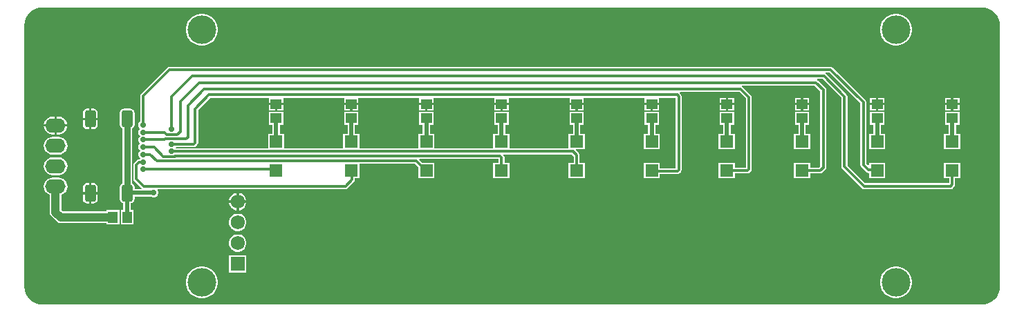
<source format=gtl>
G04*
G04 #@! TF.GenerationSoftware,Altium Limited,Altium Designer,22.9.1 (49)*
G04*
G04 Layer_Physical_Order=1*
G04 Layer_Color=255*
%FSLAX44Y44*%
%MOMM*%
G71*
G04*
G04 #@! TF.SameCoordinates,C968DB6C-065F-4184-BE5B-E643EC6D71FD*
G04*
G04*
G04 #@! TF.FilePolarity,Positive*
G04*
G01*
G75*
%ADD12R,1.6000X1.5000*%
%ADD13R,1.3500X1.1500*%
%ADD14R,1.1500X1.3500*%
G04:AMPARAMS|DCode=15|XSize=1.4mm|YSize=2.1mm|CornerRadius=0.35mm|HoleSize=0mm|Usage=FLASHONLY|Rotation=0.000|XOffset=0mm|YOffset=0mm|HoleType=Round|Shape=RoundedRectangle|*
%AMROUNDEDRECTD15*
21,1,1.4000,1.4000,0,0,0.0*
21,1,0.7000,2.1000,0,0,0.0*
1,1,0.7000,0.3500,-0.7000*
1,1,0.7000,-0.3500,-0.7000*
1,1,0.7000,-0.3500,0.7000*
1,1,0.7000,0.3500,0.7000*
%
%ADD15ROUNDEDRECTD15*%
%ADD24C,0.5000*%
%ADD25C,0.3000*%
%ADD26C,1.0000*%
%ADD27C,0.8000*%
%ADD28O,2.5000X1.7500*%
%ADD29R,1.7250X1.7250*%
%ADD30C,1.7250*%
%ADD31C,3.5000*%
%ADD32C,0.7000*%
G36*
X1179337Y366803D02*
X1183507Y365538D01*
X1187350Y363484D01*
X1190719Y360719D01*
X1193484Y357350D01*
X1195538Y353507D01*
X1196803Y349337D01*
X1197219Y345114D01*
X1197196Y345000D01*
Y25000D01*
X1197219Y24886D01*
X1196803Y20663D01*
X1195538Y16493D01*
X1193484Y12650D01*
X1190719Y9281D01*
X1187350Y6516D01*
X1183507Y4462D01*
X1179337Y3197D01*
X1175114Y2781D01*
X1175000Y2804D01*
X25000D01*
X24886Y2781D01*
X20663Y3197D01*
X16493Y4462D01*
X12650Y6516D01*
X9281Y9281D01*
X6516Y12650D01*
X4462Y16493D01*
X3197Y20663D01*
X2781Y24886D01*
X2804Y25000D01*
Y345344D01*
X3197Y349337D01*
X4462Y353507D01*
X6516Y357350D01*
X9281Y360719D01*
X12650Y363484D01*
X16493Y365538D01*
X20663Y366803D01*
X24656Y367196D01*
X1175000D01*
X1175114Y367219D01*
X1179337Y366803D01*
D02*
G37*
%LPC*%
G36*
X1071921Y359500D02*
X1068079D01*
X1064312Y358751D01*
X1060763Y357281D01*
X1057570Y355147D01*
X1054853Y352430D01*
X1052719Y349237D01*
X1051249Y345688D01*
X1050500Y341921D01*
Y338079D01*
X1051249Y334312D01*
X1052719Y330763D01*
X1054853Y327569D01*
X1057570Y324853D01*
X1060763Y322719D01*
X1064312Y321249D01*
X1068079Y320500D01*
X1071921D01*
X1075688Y321249D01*
X1079237Y322719D01*
X1082430Y324853D01*
X1085147Y327569D01*
X1087281Y330763D01*
X1088751Y334312D01*
X1089500Y338079D01*
Y341921D01*
X1088751Y345688D01*
X1087281Y349237D01*
X1085147Y352430D01*
X1082430Y355147D01*
X1079237Y357281D01*
X1075688Y358751D01*
X1071921Y359500D01*
D02*
G37*
G36*
X221921D02*
X218079D01*
X214312Y358751D01*
X210763Y357281D01*
X207570Y355147D01*
X204853Y352430D01*
X202719Y349237D01*
X201249Y345688D01*
X200500Y341921D01*
Y338079D01*
X201249Y334312D01*
X202719Y330763D01*
X204853Y327569D01*
X207570Y324853D01*
X210763Y322719D01*
X214312Y321249D01*
X218079Y320500D01*
X221921D01*
X225688Y321249D01*
X229237Y322719D01*
X232430Y324853D01*
X235147Y327569D01*
X237281Y330763D01*
X238751Y334312D01*
X239500Y338079D01*
Y341921D01*
X238751Y345688D01*
X237281Y349237D01*
X235147Y352430D01*
X232430Y355147D01*
X229237Y357281D01*
X225688Y358751D01*
X221921Y359500D01*
D02*
G37*
G36*
X1147750Y256500D02*
X1140500D01*
Y250250D01*
X1147750D01*
Y256500D01*
D02*
G37*
G36*
X1137500D02*
X1130250D01*
Y250250D01*
X1137500D01*
Y256500D01*
D02*
G37*
G36*
X1055750D02*
X1048500D01*
Y250250D01*
X1055750D01*
Y256500D01*
D02*
G37*
G36*
X1045500D02*
X1038250D01*
Y250250D01*
X1045500D01*
Y256500D01*
D02*
G37*
G36*
X963750D02*
X956500D01*
Y250250D01*
X963750D01*
Y256500D01*
D02*
G37*
G36*
X953500D02*
X946250D01*
Y250250D01*
X953500D01*
Y256500D01*
D02*
G37*
G36*
X871750D02*
X864500D01*
Y250250D01*
X871750D01*
Y256500D01*
D02*
G37*
G36*
X861500D02*
X854250D01*
Y250250D01*
X861500D01*
Y256500D01*
D02*
G37*
G36*
X1147750Y247250D02*
X1140500D01*
Y241000D01*
X1147750D01*
Y247250D01*
D02*
G37*
G36*
X1137500D02*
X1130250D01*
Y241000D01*
X1137500D01*
Y247250D01*
D02*
G37*
G36*
X1055750D02*
X1048500D01*
Y241000D01*
X1055750D01*
Y247250D01*
D02*
G37*
G36*
X1045500D02*
X1038250D01*
Y241000D01*
X1045500D01*
Y247250D01*
D02*
G37*
G36*
X963750D02*
X956500D01*
Y241000D01*
X963750D01*
Y247250D01*
D02*
G37*
G36*
X953500D02*
X946250D01*
Y241000D01*
X953500D01*
Y247250D01*
D02*
G37*
G36*
X871750D02*
X864500D01*
Y241000D01*
X871750D01*
Y247250D01*
D02*
G37*
G36*
X861500D02*
X854250D01*
Y241000D01*
X861500D01*
Y247250D01*
D02*
G37*
G36*
X779750D02*
X772500D01*
Y241000D01*
X779750D01*
Y247250D01*
D02*
G37*
G36*
X769500D02*
X762250D01*
Y241000D01*
X769500D01*
Y247250D01*
D02*
G37*
G36*
X687750D02*
X680500D01*
Y241000D01*
X687750D01*
Y247250D01*
D02*
G37*
G36*
X677500D02*
X670250D01*
Y241000D01*
X677500D01*
Y247250D01*
D02*
G37*
G36*
X595750D02*
X588500D01*
Y241000D01*
X595750D01*
Y247250D01*
D02*
G37*
G36*
X585500D02*
X578250D01*
Y241000D01*
X585500D01*
Y247250D01*
D02*
G37*
G36*
X503750D02*
X496500D01*
Y241000D01*
X503750D01*
Y247250D01*
D02*
G37*
G36*
X493500D02*
X486250D01*
Y241000D01*
X493500D01*
Y247250D01*
D02*
G37*
G36*
X411750D02*
X404500D01*
Y241000D01*
X411750D01*
Y247250D01*
D02*
G37*
G36*
X401500D02*
X394250D01*
Y241000D01*
X401500D01*
Y247250D01*
D02*
G37*
G36*
X319750D02*
X312500D01*
Y241000D01*
X319750D01*
Y247250D01*
D02*
G37*
G36*
X309500D02*
X302250D01*
Y241000D01*
X309500D01*
Y247250D01*
D02*
G37*
G36*
X87000Y243108D02*
X85000D01*
Y232000D01*
X92608D01*
Y237500D01*
X92181Y239646D01*
X90965Y241465D01*
X89146Y242681D01*
X87000Y243108D01*
D02*
G37*
G36*
X82000D02*
X80000D01*
X77854Y242681D01*
X76035Y241465D01*
X74819Y239646D01*
X74392Y237500D01*
Y232000D01*
X82000D01*
Y243108D01*
D02*
G37*
G36*
X44750Y233343D02*
X42500D01*
Y224000D01*
X55395D01*
X55223Y225306D01*
X54140Y227921D01*
X52417Y230167D01*
X50171Y231890D01*
X47556Y232973D01*
X44750Y233343D01*
D02*
G37*
G36*
X39500D02*
X37250D01*
X34444Y232973D01*
X31829Y231890D01*
X29583Y230167D01*
X27860Y227921D01*
X26777Y225306D01*
X26605Y224000D01*
X39500D01*
Y233343D01*
D02*
G37*
G36*
X92608Y229000D02*
X85000D01*
Y217892D01*
X87000D01*
X89146Y218319D01*
X90965Y219535D01*
X92181Y221354D01*
X92608Y223500D01*
Y229000D01*
D02*
G37*
G36*
X82000D02*
X74392D01*
Y223500D01*
X74819Y221354D01*
X76035Y219535D01*
X77854Y218319D01*
X80000Y217892D01*
X82000D01*
Y229000D01*
D02*
G37*
G36*
X55395Y221000D02*
X42500D01*
Y211657D01*
X44750D01*
X47556Y212027D01*
X50171Y213110D01*
X52417Y214833D01*
X54140Y217079D01*
X55223Y219694D01*
X55395Y221000D01*
D02*
G37*
G36*
X39500D02*
X26605D01*
X26777Y219694D01*
X27860Y217079D01*
X29583Y214833D01*
X31829Y213110D01*
X34444Y212027D01*
X37250Y211657D01*
X39500D01*
Y221000D01*
D02*
G37*
G36*
X1147750Y239000D02*
X1130250D01*
Y223500D01*
X1134412D01*
Y212500D01*
X1129000D01*
Y193500D01*
X1149000D01*
Y212500D01*
X1143588D01*
Y223500D01*
X1147750D01*
Y239000D01*
D02*
G37*
G36*
X1055750D02*
X1038250D01*
Y223500D01*
X1042412D01*
Y212500D01*
X1037000D01*
Y193500D01*
X1057000D01*
Y212500D01*
X1051588D01*
Y223500D01*
X1055750D01*
Y239000D01*
D02*
G37*
G36*
X963750D02*
X946250D01*
Y223500D01*
X950412D01*
Y212500D01*
X945000D01*
Y193500D01*
X965000D01*
Y212500D01*
X959588D01*
Y223500D01*
X963750D01*
Y239000D01*
D02*
G37*
G36*
X871750D02*
X854250D01*
Y223500D01*
X858412D01*
Y212500D01*
X853000D01*
Y193500D01*
X873000D01*
Y212500D01*
X867588D01*
Y223500D01*
X871750D01*
Y239000D01*
D02*
G37*
G36*
X779750D02*
X762250D01*
Y223500D01*
X766412D01*
Y212500D01*
X761000D01*
Y193500D01*
X781000D01*
Y212500D01*
X775588D01*
Y223500D01*
X779750D01*
Y239000D01*
D02*
G37*
G36*
X44750Y208343D02*
X37250D01*
X34444Y207973D01*
X31829Y206890D01*
X29583Y205167D01*
X27860Y202921D01*
X26777Y200306D01*
X26407Y197500D01*
X26777Y194694D01*
X27860Y192079D01*
X29583Y189833D01*
X31829Y188110D01*
X34444Y187027D01*
X37250Y186657D01*
X44750D01*
X47556Y187027D01*
X50171Y188110D01*
X52417Y189833D01*
X54140Y192079D01*
X55223Y194694D01*
X55593Y197500D01*
X55223Y200306D01*
X54140Y202921D01*
X52417Y205167D01*
X50171Y206890D01*
X47556Y207973D01*
X44750Y208343D01*
D02*
G37*
G36*
Y183343D02*
X37250D01*
X34444Y182973D01*
X31829Y181890D01*
X29583Y180167D01*
X27860Y177921D01*
X26777Y175306D01*
X26407Y172500D01*
X26777Y169694D01*
X27860Y167079D01*
X29583Y164833D01*
X31829Y163110D01*
X34444Y162027D01*
X37250Y161657D01*
X44750D01*
X47556Y162027D01*
X50171Y163110D01*
X52417Y164833D01*
X54140Y167079D01*
X55223Y169694D01*
X55593Y172500D01*
X55223Y175306D01*
X54140Y177921D01*
X52417Y180167D01*
X50171Y181890D01*
X47556Y182973D01*
X44750Y183343D01*
D02*
G37*
G36*
X990000Y294569D02*
X180000D01*
X178634Y294297D01*
X177477Y293523D01*
X145477Y261523D01*
X144703Y260366D01*
X144431Y259000D01*
Y227306D01*
X143241Y226115D01*
X142404Y224094D01*
Y221906D01*
X143241Y219884D01*
X144674Y218452D01*
X143241Y217019D01*
X142404Y214998D01*
Y212810D01*
X143241Y210788D01*
X144578Y209452D01*
X143241Y208116D01*
X142404Y206094D01*
Y203906D01*
X143241Y201884D01*
X144674Y200452D01*
X143241Y199019D01*
X142404Y196998D01*
Y194810D01*
X143241Y192788D01*
X144578Y191452D01*
X143241Y190116D01*
X142404Y188094D01*
Y185906D01*
X143241Y183885D01*
X144783Y182342D01*
X143312Y180871D01*
X142979D01*
X141614Y180599D01*
X140456Y179825D01*
X137477Y176846D01*
X136703Y175689D01*
X136431Y174323D01*
Y157000D01*
X136703Y155634D01*
X137477Y154477D01*
X146345Y145608D01*
X146265Y145063D01*
X145894Y144338D01*
X137608D01*
Y146500D01*
X137181Y148646D01*
X135965Y150465D01*
X134618Y151366D01*
Y218634D01*
X135965Y219535D01*
X137181Y221354D01*
X137608Y223500D01*
Y237500D01*
X137181Y239646D01*
X135965Y241465D01*
X134146Y242681D01*
X132000Y243108D01*
X125000D01*
X122854Y242681D01*
X121035Y241465D01*
X119819Y239646D01*
X119392Y237500D01*
Y223500D01*
X119819Y221354D01*
X121035Y219535D01*
X122382Y218634D01*
Y151366D01*
X121035Y150465D01*
X119819Y148646D01*
X119392Y146500D01*
Y132500D01*
X119819Y130354D01*
X121035Y128535D01*
X122854Y127319D01*
X124037Y127084D01*
Y118750D01*
X121000D01*
Y101250D01*
X136500D01*
Y118750D01*
X133213D01*
Y127134D01*
X134146Y127319D01*
X135965Y128535D01*
X137181Y130354D01*
X137608Y132500D01*
Y135162D01*
X158308D01*
X159906Y134500D01*
X162094D01*
X164116Y135337D01*
X165663Y136884D01*
X166500Y138906D01*
Y141094D01*
X165663Y143116D01*
X165520Y143258D01*
X166006Y144431D01*
X396000D01*
X397366Y144703D01*
X398523Y145477D01*
X406523Y153477D01*
X407297Y154634D01*
X407569Y156000D01*
Y157500D01*
X413000D01*
Y175431D01*
X481022D01*
X485000Y171453D01*
Y157500D01*
X505000D01*
Y176500D01*
X490047D01*
X486289Y180258D01*
X486775Y181431D01*
X583431D01*
Y176500D01*
X577000D01*
Y157500D01*
X597000D01*
Y176500D01*
X590569D01*
Y183243D01*
X590297Y184608D01*
X589551Y185725D01*
X589658Y186282D01*
X589954Y186995D01*
X672958D01*
X675431Y184522D01*
Y176500D01*
X669000D01*
Y157500D01*
X689000D01*
Y176500D01*
X682569D01*
Y186000D01*
X682297Y187366D01*
X681523Y188523D01*
X677817Y192230D01*
X678343Y193500D01*
X689000D01*
Y212500D01*
X683588D01*
Y223500D01*
X687750D01*
Y239000D01*
X670250D01*
Y223500D01*
X674412D01*
Y212500D01*
X669000D01*
Y194132D01*
X597000D01*
Y212500D01*
X591588D01*
Y223500D01*
X595750D01*
Y239000D01*
X578250D01*
Y223500D01*
X582412D01*
Y212500D01*
X577000D01*
Y194132D01*
X505000D01*
Y212500D01*
X499588D01*
Y223500D01*
X503750D01*
Y239000D01*
X486250D01*
Y223500D01*
X490412D01*
Y212500D01*
X485000D01*
Y194132D01*
X413000D01*
Y212500D01*
X407588D01*
Y223500D01*
X411750D01*
Y239000D01*
X394250D01*
Y223500D01*
X398412D01*
Y212500D01*
X393000D01*
Y194132D01*
X321000D01*
Y212500D01*
X315588D01*
Y223500D01*
X319750D01*
Y239000D01*
X302250D01*
Y223500D01*
X306412D01*
Y212500D01*
X301000D01*
Y194132D01*
X188151D01*
X187761Y194661D01*
X188402Y195931D01*
X210243D01*
X211608Y196203D01*
X212766Y196977D01*
X214523Y198734D01*
X215297Y199892D01*
X215569Y201257D01*
Y241522D01*
X230478Y256431D01*
X302250D01*
Y250250D01*
X319750D01*
Y256431D01*
X394250D01*
Y250250D01*
X411750D01*
Y256431D01*
X486250D01*
Y250250D01*
X503750D01*
Y256431D01*
X578250D01*
Y250250D01*
X595750D01*
Y256431D01*
X670250D01*
Y250250D01*
X687750D01*
Y256431D01*
X762250D01*
Y250250D01*
X779750D01*
Y256431D01*
X800431D01*
Y169811D01*
X781000D01*
Y176500D01*
X761000D01*
Y157500D01*
X781000D01*
Y162674D01*
X802243D01*
X803608Y162946D01*
X804766Y163719D01*
X806523Y165477D01*
X807297Y166634D01*
X807569Y168000D01*
Y258243D01*
X807297Y259608D01*
X806523Y260766D01*
X805128Y262161D01*
X805640Y263431D01*
X878522D01*
X886431Y255522D01*
Y170569D01*
X873000D01*
Y176500D01*
X853000D01*
Y157500D01*
X873000D01*
Y163431D01*
X888243D01*
X889608Y163703D01*
X890766Y164477D01*
X892523Y166234D01*
X893297Y167392D01*
X893569Y168757D01*
Y257000D01*
X893297Y258366D01*
X892523Y259523D01*
X882523Y269523D01*
X881568Y270161D01*
X881645Y271062D01*
X881780Y271431D01*
X970522D01*
X977431Y264522D01*
Y172478D01*
X975522Y170569D01*
X965000D01*
Y176500D01*
X945000D01*
Y157500D01*
X965000D01*
Y163431D01*
X977000D01*
X978366Y163703D01*
X979523Y164477D01*
X983523Y168477D01*
X984297Y169634D01*
X984569Y171000D01*
Y266000D01*
X984297Y267366D01*
X983523Y268523D01*
X974523Y277523D01*
X973568Y278161D01*
X973645Y279063D01*
X973780Y279431D01*
X980522D01*
X1003431Y256522D01*
Y172000D01*
X1003703Y170634D01*
X1004477Y169477D01*
X1028477Y145477D01*
X1029634Y144703D01*
X1031000Y144431D01*
X1137000D01*
X1138366Y144703D01*
X1139523Y145477D01*
X1141523Y147477D01*
X1142297Y148634D01*
X1142569Y150000D01*
Y157500D01*
X1149000D01*
Y176500D01*
X1133345D01*
X1133000Y176569D01*
X1132655Y176500D01*
X1129000D01*
Y157500D01*
X1135431D01*
Y151569D01*
X1032478D01*
X1010569Y173478D01*
Y258000D01*
X1010297Y259366D01*
X1009523Y260523D01*
X984523Y285523D01*
X983568Y286161D01*
X983645Y287062D01*
X983780Y287431D01*
X988522D01*
X1026431Y249522D01*
Y174000D01*
X1026703Y172634D01*
X1027477Y171477D01*
X1033734Y165219D01*
X1034892Y164446D01*
X1036257Y164174D01*
X1037000D01*
Y157500D01*
X1057000D01*
Y176500D01*
X1037000D01*
Y173706D01*
X1035827Y173220D01*
X1033569Y175478D01*
Y251000D01*
X1033297Y252366D01*
X1032523Y253523D01*
X992523Y293523D01*
X991366Y294297D01*
X990000Y294569D01*
D02*
G37*
G36*
X87000Y152108D02*
X85000D01*
Y141000D01*
X92608D01*
Y146500D01*
X92181Y148646D01*
X90965Y150465D01*
X89146Y151681D01*
X87000Y152108D01*
D02*
G37*
G36*
X82000D02*
X80000D01*
X77854Y151681D01*
X76035Y150465D01*
X74819Y148646D01*
X74392Y146500D01*
Y141000D01*
X82000D01*
Y152108D01*
D02*
G37*
G36*
X265500Y139598D02*
Y130500D01*
X274598D01*
X273901Y133101D01*
X272502Y135524D01*
X270524Y137502D01*
X268101Y138901D01*
X265500Y139598D01*
D02*
G37*
G36*
X262500Y139598D02*
X259899Y138901D01*
X257476Y137502D01*
X255498Y135524D01*
X254099Y133101D01*
X253402Y130500D01*
X262500D01*
Y139598D01*
D02*
G37*
G36*
X92608Y138000D02*
X85000D01*
Y126892D01*
X87000D01*
X89146Y127319D01*
X90965Y128535D01*
X92181Y130354D01*
X92608Y132500D01*
Y138000D01*
D02*
G37*
G36*
X82000D02*
X74392D01*
Y132500D01*
X74819Y130354D01*
X76035Y128535D01*
X77854Y127319D01*
X80000Y126892D01*
X82000D01*
Y138000D01*
D02*
G37*
G36*
X262500Y127500D02*
X253402D01*
X254099Y124899D01*
X255498Y122476D01*
X257476Y120498D01*
X259899Y119099D01*
X262500Y118402D01*
Y127500D01*
D02*
G37*
G36*
X274598D02*
X265500D01*
Y118402D01*
X268101Y119099D01*
X270524Y120498D01*
X272502Y122476D01*
X273901Y124899D01*
X274598Y127500D01*
D02*
G37*
G36*
X44750Y158343D02*
X37250D01*
X34444Y157973D01*
X31829Y156890D01*
X29583Y155167D01*
X27860Y152921D01*
X26777Y150306D01*
X26407Y147500D01*
X26777Y144694D01*
X27860Y142079D01*
X29583Y139833D01*
X31829Y138110D01*
X33940Y137235D01*
Y116000D01*
X34180Y114173D01*
X34885Y112470D01*
X36007Y111008D01*
X42007Y105008D01*
X43470Y103885D01*
X45173Y103180D01*
X47000Y102940D01*
X103500D01*
Y101250D01*
X119000D01*
Y118750D01*
X103500D01*
Y117060D01*
X49925D01*
X48060Y118925D01*
Y137235D01*
X50171Y138110D01*
X52417Y139833D01*
X54140Y142079D01*
X55223Y144694D01*
X55593Y147500D01*
X55223Y150306D01*
X54140Y152921D01*
X52417Y155167D01*
X50171Y156890D01*
X47556Y157973D01*
X44750Y158343D01*
D02*
G37*
G36*
X265399Y114225D02*
X262601D01*
X259899Y113501D01*
X257476Y112102D01*
X255498Y110124D01*
X254099Y107701D01*
X253375Y104999D01*
Y102201D01*
X254099Y99499D01*
X255498Y97076D01*
X257476Y95098D01*
X259899Y93699D01*
X262601Y92975D01*
X265399D01*
X268101Y93699D01*
X270524Y95098D01*
X272502Y97076D01*
X273901Y99499D01*
X274625Y102201D01*
Y104999D01*
X273901Y107701D01*
X272502Y110124D01*
X270524Y112102D01*
X268101Y113501D01*
X265399Y114225D01*
D02*
G37*
G36*
Y88825D02*
X262601D01*
X259899Y88101D01*
X257476Y86702D01*
X255498Y84724D01*
X254099Y82301D01*
X253375Y79599D01*
Y76801D01*
X254099Y74099D01*
X255498Y71676D01*
X257476Y69698D01*
X259899Y68299D01*
X262601Y67575D01*
X265399D01*
X268101Y68299D01*
X270524Y69698D01*
X272502Y71676D01*
X273901Y74099D01*
X274625Y76801D01*
Y79599D01*
X273901Y82301D01*
X272502Y84724D01*
X270524Y86702D01*
X268101Y88101D01*
X265399Y88825D01*
D02*
G37*
G36*
X274625Y63425D02*
X253375D01*
Y42175D01*
X274625D01*
Y63425D01*
D02*
G37*
G36*
X1071921Y49500D02*
X1068079D01*
X1064312Y48751D01*
X1060763Y47281D01*
X1057570Y45147D01*
X1054853Y42431D01*
X1052719Y39237D01*
X1051249Y35688D01*
X1050500Y31921D01*
Y28079D01*
X1051249Y24312D01*
X1052719Y20763D01*
X1054853Y17570D01*
X1057570Y14853D01*
X1060763Y12719D01*
X1064312Y11249D01*
X1068079Y10500D01*
X1071921D01*
X1075688Y11249D01*
X1079237Y12719D01*
X1082430Y14853D01*
X1085147Y17570D01*
X1087281Y20763D01*
X1088751Y24312D01*
X1089500Y28079D01*
Y31921D01*
X1088751Y35688D01*
X1087281Y39237D01*
X1085147Y42431D01*
X1082430Y45147D01*
X1079237Y47281D01*
X1075688Y48751D01*
X1071921Y49500D01*
D02*
G37*
G36*
X221921D02*
X218079D01*
X214312Y48751D01*
X210763Y47281D01*
X207570Y45147D01*
X204853Y42431D01*
X202719Y39237D01*
X201249Y35688D01*
X200500Y31921D01*
Y28079D01*
X201249Y24312D01*
X202719Y20763D01*
X204853Y17570D01*
X207570Y14853D01*
X210763Y12719D01*
X214312Y11249D01*
X218079Y10500D01*
X221921D01*
X225688Y11249D01*
X229237Y12719D01*
X232430Y14853D01*
X235147Y17570D01*
X237281Y20763D01*
X238751Y24312D01*
X239500Y28079D01*
Y31921D01*
X238751Y35688D01*
X237281Y39237D01*
X235147Y42431D01*
X232430Y45147D01*
X229237Y47281D01*
X225688Y48751D01*
X221921Y49500D01*
D02*
G37*
%LPD*%
D12*
X1139000Y203000D02*
D03*
Y167000D02*
D03*
X1047000Y203000D02*
D03*
Y167000D02*
D03*
X955000Y203000D02*
D03*
Y167000D02*
D03*
X863000Y203000D02*
D03*
Y167000D02*
D03*
X771000Y203000D02*
D03*
Y167000D02*
D03*
X679000Y203000D02*
D03*
Y167000D02*
D03*
X587000Y203000D02*
D03*
Y167000D02*
D03*
X495000Y203000D02*
D03*
Y167000D02*
D03*
X403000Y203000D02*
D03*
Y167000D02*
D03*
X311000Y203000D02*
D03*
Y167000D02*
D03*
D13*
X1139000Y231250D02*
D03*
Y248750D02*
D03*
X1047000Y231250D02*
D03*
Y248750D02*
D03*
X955000Y231250D02*
D03*
Y248750D02*
D03*
X863000Y231250D02*
D03*
Y248750D02*
D03*
X771000Y231250D02*
D03*
Y248750D02*
D03*
X679000Y231250D02*
D03*
Y248750D02*
D03*
X587000Y231250D02*
D03*
Y248750D02*
D03*
X495000Y231250D02*
D03*
Y248750D02*
D03*
X403000Y231250D02*
D03*
Y248750D02*
D03*
X311000Y231250D02*
D03*
Y248750D02*
D03*
D14*
X111250Y110000D02*
D03*
X128750D02*
D03*
D15*
X128500Y139500D02*
D03*
X83500D02*
D03*
Y230500D02*
D03*
X128500D02*
D03*
D24*
X679000Y203000D02*
Y231250D01*
X587000Y203000D02*
Y231250D01*
X495000Y203000D02*
Y231250D01*
X1139000Y203000D02*
Y231250D01*
X1047000Y203000D02*
Y231250D01*
X955000Y203000D02*
Y231250D01*
X771000Y203000D02*
Y231250D01*
X863000Y203000D02*
Y231250D01*
X128625Y110125D02*
Y139375D01*
X128500Y139500D02*
X128625Y139375D01*
Y110125D02*
X128750Y110000D01*
X128750Y139750D02*
X160750D01*
X128500Y139500D02*
X128750Y139750D01*
X160750D02*
X161000Y140000D01*
X309000Y169000D02*
X311000Y167000D01*
Y203000D02*
Y231250D01*
X403000Y203000D02*
Y231250D01*
D25*
X990000Y291000D02*
X1030000Y251000D01*
X148000Y259000D02*
X180000Y291000D01*
X990000D01*
X183000Y199500D02*
X210243D01*
X212000Y201257D02*
Y243000D01*
X210243Y199500D02*
X212000Y201257D01*
X157000Y187000D02*
X165000Y179000D01*
X482500D01*
X488500Y173000D01*
X148000Y205000D02*
X174493D01*
X201000Y206000D02*
X203000Y208000D01*
X183437Y190563D02*
X674436D01*
X175493Y206000D02*
X201000D01*
X174493Y205000D02*
X175493Y206000D01*
X161501Y195904D02*
X172905Y184500D01*
X183000Y191000D02*
X183437Y190563D01*
X172905Y184500D02*
X186894D01*
X187394Y185000D01*
X674436Y190563D02*
X679000Y186000D01*
X587000Y167000D02*
Y183243D01*
X187394Y185000D02*
X585243D01*
X587000Y183243D01*
X488500Y173000D02*
Y173000D01*
Y173000D02*
X494500Y167000D01*
X148000Y187000D02*
X157000D01*
X1137000Y148000D02*
X1139000Y150000D01*
X1031000Y148000D02*
X1137000D01*
X1007000Y172000D02*
X1031000Y148000D01*
X1139000Y150000D02*
Y167000D01*
X1046257Y167743D02*
X1047000Y167000D01*
X1030000Y174000D02*
Y251000D01*
X1036257Y167743D02*
X1046257D01*
X1030000Y174000D02*
X1036257Y167743D01*
X183000Y258000D02*
X208000Y283000D01*
X982000D02*
X1007000Y258000D01*
X1133000Y173000D02*
X1139000Y167000D01*
X208000Y283000D02*
X982000D01*
X183000Y218000D02*
Y258000D01*
X981000Y171000D02*
Y266000D01*
X194000Y252000D02*
X217000Y275000D01*
X203000Y247000D02*
X223000Y267000D01*
X804000Y168000D02*
Y258243D01*
X229000Y260000D02*
X802243D01*
X1007000Y172000D02*
Y258000D01*
X972000Y275000D02*
X981000Y266000D01*
X212000Y243000D02*
X229000Y260000D01*
X223000Y267000D02*
X880000D01*
X802243Y260000D02*
X804000Y258243D01*
X217000Y275000D02*
X972000D01*
X880000Y267000D02*
X890000Y257000D01*
X147670Y177302D02*
X148052Y177685D01*
X140000Y174323D02*
X142979Y177302D01*
X140000Y157000D02*
X149000Y148000D01*
X142979Y177302D02*
X147670D01*
X140000Y157000D02*
Y174323D01*
X149000Y148000D02*
X396000D01*
X404000Y156000D01*
X679000Y167000D02*
Y186000D01*
X494500Y167000D02*
X495000D01*
X147904Y195904D02*
X161501D01*
X147904Y213904D02*
X174096D01*
X148000Y169000D02*
X309000D01*
X148000Y223000D02*
Y259000D01*
X802243Y166243D02*
X804000Y168000D01*
X771000Y167000D02*
X771757Y166243D01*
X802243D01*
X863000Y167000D02*
X888243D01*
X890000Y168757D01*
Y257000D01*
X203000Y208000D02*
Y247000D01*
X977000Y167000D02*
X981000Y171000D01*
X955000Y167000D02*
X977000D01*
X194000Y215000D02*
Y252000D01*
X190000Y211000D02*
X194000Y215000D01*
X177000Y211000D02*
X190000D01*
X174096Y213904D02*
X177000Y211000D01*
X403000Y167000D02*
X404000Y166000D01*
Y156000D02*
Y166000D01*
D26*
X41000Y116000D02*
Y147500D01*
Y116000D02*
X47000Y110000D01*
X111250D01*
D27*
X128500Y139500D02*
Y230500D01*
D28*
X41000Y197500D02*
D03*
Y147500D02*
D03*
Y172500D02*
D03*
Y222500D02*
D03*
D29*
X264000Y52800D02*
D03*
D30*
Y78200D02*
D03*
Y103600D02*
D03*
Y129000D02*
D03*
D31*
X1070000Y30000D02*
D03*
Y340000D02*
D03*
X220000Y30000D02*
D03*
Y340000D02*
D03*
D32*
X927500Y40000D02*
D03*
X942500D02*
D03*
X957500D02*
D03*
X995000Y25000D02*
D03*
Y40000D02*
D03*
X487500D02*
D03*
X505000D02*
D03*
X545000Y25000D02*
D03*
Y40000D02*
D03*
X480000Y330000D02*
D03*
X495000D02*
D03*
X507500D02*
D03*
X545000Y340000D02*
D03*
Y327500D02*
D03*
X932500Y330000D02*
D03*
X945000D02*
D03*
X957500D02*
D03*
X995000Y342500D02*
D03*
Y330000D02*
D03*
X149999Y285999D02*
D03*
X141999Y269999D02*
D03*
X125999Y29999D02*
D03*
X117999Y78000D02*
D03*
Y45999D02*
D03*
X109999Y29999D02*
D03*
X101999Y78000D02*
D03*
Y45999D02*
D03*
X94000Y29999D02*
D03*
X117999Y189999D02*
D03*
X109999Y173999D02*
D03*
Y141999D02*
D03*
X101999Y189999D02*
D03*
X94000Y173999D02*
D03*
X101999Y157999D02*
D03*
X78000Y205999D02*
D03*
X85999Y157999D02*
D03*
X1125999Y253999D02*
D03*
X1117999Y237999D02*
D03*
X1125999Y221999D02*
D03*
X1117999Y205999D02*
D03*
X1125999Y189999D02*
D03*
X1117999Y173999D02*
D03*
X1109999Y253999D02*
D03*
X1101999Y237999D02*
D03*
X1109999Y221999D02*
D03*
X1101999Y205999D02*
D03*
X1109999Y189999D02*
D03*
X1101999Y173999D02*
D03*
X1093999Y253999D02*
D03*
X1085999Y237999D02*
D03*
X1093999Y221999D02*
D03*
X1085999Y205999D02*
D03*
X1093999Y189999D02*
D03*
X1085999Y173999D02*
D03*
X1077999Y253999D02*
D03*
Y221999D02*
D03*
Y189999D02*
D03*
X1021999Y237999D02*
D03*
Y205999D02*
D03*
Y173999D02*
D03*
X997999Y253999D02*
D03*
X989999Y237999D02*
D03*
X997999Y221999D02*
D03*
X989999Y205999D02*
D03*
X997999Y189999D02*
D03*
X989999Y173999D02*
D03*
X965999Y189999D02*
D03*
X941999Y237999D02*
D03*
X933999Y253999D02*
D03*
X925999Y237999D02*
D03*
X933999Y221999D02*
D03*
X925999Y205999D02*
D03*
X933999Y189999D02*
D03*
X925999Y173999D02*
D03*
X917999Y253999D02*
D03*
X909999Y237999D02*
D03*
X917999Y221999D02*
D03*
X909999Y205999D02*
D03*
X917999Y189999D02*
D03*
X909999Y173999D02*
D03*
X901999Y253999D02*
D03*
Y221999D02*
D03*
Y189999D02*
D03*
X877999Y237999D02*
D03*
Y205999D02*
D03*
X845999Y237999D02*
D03*
Y205999D02*
D03*
Y173999D02*
D03*
X837999Y253999D02*
D03*
X829999Y237999D02*
D03*
X837999Y221999D02*
D03*
X829999Y205999D02*
D03*
X837999Y189999D02*
D03*
X829999Y173999D02*
D03*
X821999Y253999D02*
D03*
X813999Y237999D02*
D03*
X821999Y221999D02*
D03*
X813999Y205999D02*
D03*
X821999Y189999D02*
D03*
X813999Y173999D02*
D03*
X789999Y221999D02*
D03*
Y189999D02*
D03*
X749999Y237999D02*
D03*
X757999Y221999D02*
D03*
X749999Y205999D02*
D03*
X757999Y189999D02*
D03*
X749999Y173999D02*
D03*
X733999Y237999D02*
D03*
X741999Y221999D02*
D03*
X733999Y205999D02*
D03*
X741999Y189999D02*
D03*
X733999Y173999D02*
D03*
X717999Y237999D02*
D03*
X725999Y221999D02*
D03*
X717999Y205999D02*
D03*
X725999Y189999D02*
D03*
X717999Y173999D02*
D03*
X701999Y237999D02*
D03*
X709999Y221999D02*
D03*
X701999Y205999D02*
D03*
X709999Y189999D02*
D03*
X701999Y173999D02*
D03*
X693999Y221999D02*
D03*
Y189999D02*
D03*
X653999Y237999D02*
D03*
X661999Y221999D02*
D03*
X653999Y205999D02*
D03*
Y173999D02*
D03*
X637999Y237999D02*
D03*
X645999Y221999D02*
D03*
X637999Y205999D02*
D03*
Y173999D02*
D03*
X621999Y237999D02*
D03*
X629999Y221999D02*
D03*
X621999Y205999D02*
D03*
Y173999D02*
D03*
X605999Y237999D02*
D03*
X613999Y221999D02*
D03*
X605999Y205999D02*
D03*
Y173999D02*
D03*
X573999Y237999D02*
D03*
X557999D02*
D03*
X565999Y221999D02*
D03*
X557999Y205999D02*
D03*
Y173999D02*
D03*
X541999Y237999D02*
D03*
X549999Y221999D02*
D03*
X541999Y205999D02*
D03*
Y173999D02*
D03*
X525999Y237999D02*
D03*
X533999Y221999D02*
D03*
X525999Y205999D02*
D03*
Y173999D02*
D03*
X509999Y237999D02*
D03*
X517999Y221999D02*
D03*
X509999Y205999D02*
D03*
Y173999D02*
D03*
X477999Y237999D02*
D03*
Y205999D02*
D03*
X461999Y237999D02*
D03*
X469999Y221999D02*
D03*
X461999Y205999D02*
D03*
X445999Y237999D02*
D03*
X453999Y221999D02*
D03*
X445999Y205999D02*
D03*
X429999Y237999D02*
D03*
X437999Y221999D02*
D03*
X429999Y205999D02*
D03*
X421999Y221999D02*
D03*
X381999Y237999D02*
D03*
X389999Y221999D02*
D03*
X381999Y205999D02*
D03*
X365999Y237999D02*
D03*
X373999Y221999D02*
D03*
X365999Y205999D02*
D03*
X349999Y237999D02*
D03*
X357999Y221999D02*
D03*
X349999Y205999D02*
D03*
X333999Y237999D02*
D03*
X341999Y221999D02*
D03*
X333999Y205999D02*
D03*
X325999Y221999D02*
D03*
X269999Y237999D02*
D03*
Y205999D02*
D03*
X253999Y237999D02*
D03*
X261999Y221999D02*
D03*
X220000Y137500D02*
D03*
X230000D02*
D03*
X240000D02*
D03*
Y127500D02*
D03*
Y117500D02*
D03*
Y107500D02*
D03*
Y97500D02*
D03*
Y87500D02*
D03*
X230000Y80000D02*
D03*
X220000D02*
D03*
X210000D02*
D03*
X187500Y137500D02*
D03*
X177500D02*
D03*
X162500Y125000D02*
D03*
Y115000D02*
D03*
Y105000D02*
D03*
Y95000D02*
D03*
Y85000D02*
D03*
X170000Y80000D02*
D03*
X180000D02*
D03*
X190000D02*
D03*
X200000D02*
D03*
X183000Y199500D02*
D03*
Y191000D02*
D03*
X161000Y140000D02*
D03*
X147904Y213904D02*
D03*
Y205000D02*
D03*
X183000Y218000D02*
D03*
X147904Y223000D02*
D03*
Y195904D02*
D03*
Y177685D02*
D03*
Y169000D02*
D03*
Y187000D02*
D03*
M02*

</source>
